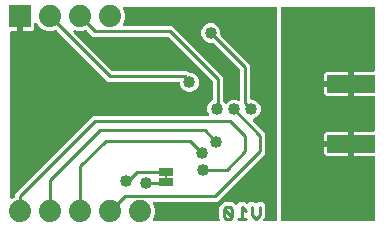
<source format=gbr>
G04 EAGLE Gerber RS-274X export*
G75*
%MOMM*%
%FSLAX34Y34*%
%LPD*%
%INBottom Copper*%
%IPPOS*%
%AMOC8*
5,1,8,0,0,1.08239X$1,22.5*%
G01*
%ADD10C,0.228600*%
%ADD11R,1.879600X1.879600*%
%ADD12C,1.879600*%
%ADD13R,4.064000X1.524000*%
%ADD14R,1.270000X0.635000*%
%ADD15C,1.016000*%
%ADD16C,0.254000*%
%ADD17C,0.203200*%

G36*
X312030Y4334D02*
X312030Y4334D01*
X312149Y4341D01*
X312187Y4354D01*
X312228Y4359D01*
X312338Y4402D01*
X312451Y4439D01*
X312486Y4461D01*
X312523Y4476D01*
X312619Y4545D01*
X312720Y4609D01*
X312748Y4639D01*
X312781Y4662D01*
X312857Y4754D01*
X312938Y4841D01*
X312958Y4876D01*
X312983Y4907D01*
X313034Y5015D01*
X313092Y5119D01*
X313102Y5159D01*
X313119Y5195D01*
X313141Y5312D01*
X313171Y5427D01*
X313175Y5487D01*
X313179Y5507D01*
X313177Y5528D01*
X313181Y5588D01*
X313181Y58700D01*
X313166Y58818D01*
X313159Y58937D01*
X313146Y58975D01*
X313141Y59016D01*
X313098Y59126D01*
X313061Y59239D01*
X313039Y59274D01*
X313024Y59311D01*
X312955Y59407D01*
X312891Y59508D01*
X312861Y59536D01*
X312838Y59569D01*
X312746Y59645D01*
X312659Y59726D01*
X312624Y59746D01*
X312593Y59771D01*
X312485Y59822D01*
X312381Y59880D01*
X312341Y59890D01*
X312305Y59907D01*
X312188Y59929D01*
X312073Y59959D01*
X312013Y59963D01*
X311993Y59967D01*
X311972Y59965D01*
X311912Y59969D01*
X295655Y59969D01*
X295655Y68860D01*
X295640Y68978D01*
X295633Y69097D01*
X295620Y69135D01*
X295615Y69175D01*
X295571Y69286D01*
X295535Y69399D01*
X295513Y69434D01*
X295498Y69471D01*
X295428Y69567D01*
X295365Y69668D01*
X295335Y69696D01*
X295311Y69728D01*
X295220Y69804D01*
X295133Y69886D01*
X295098Y69905D01*
X295066Y69931D01*
X294959Y69982D01*
X294855Y70039D01*
X294815Y70050D01*
X294779Y70067D01*
X294662Y70089D01*
X294547Y70119D01*
X294486Y70123D01*
X294466Y70127D01*
X294446Y70125D01*
X294386Y70129D01*
X293115Y70129D01*
X293115Y70131D01*
X294386Y70131D01*
X294504Y70146D01*
X294623Y70153D01*
X294661Y70166D01*
X294701Y70171D01*
X294812Y70215D01*
X294925Y70251D01*
X294960Y70273D01*
X294997Y70288D01*
X295093Y70358D01*
X295194Y70421D01*
X295222Y70451D01*
X295254Y70475D01*
X295330Y70566D01*
X295412Y70653D01*
X295431Y70688D01*
X295457Y70720D01*
X295508Y70827D01*
X295565Y70931D01*
X295576Y70971D01*
X295593Y71007D01*
X295615Y71124D01*
X295645Y71239D01*
X295649Y71300D01*
X295653Y71320D01*
X295651Y71340D01*
X295655Y71400D01*
X295655Y80291D01*
X311912Y80291D01*
X312030Y80306D01*
X312149Y80313D01*
X312187Y80326D01*
X312228Y80331D01*
X312338Y80374D01*
X312451Y80411D01*
X312486Y80433D01*
X312523Y80448D01*
X312619Y80517D01*
X312720Y80581D01*
X312748Y80611D01*
X312781Y80634D01*
X312857Y80726D01*
X312938Y80813D01*
X312958Y80848D01*
X312983Y80879D01*
X313034Y80987D01*
X313092Y81091D01*
X313102Y81131D01*
X313119Y81167D01*
X313141Y81284D01*
X313171Y81399D01*
X313175Y81459D01*
X313179Y81479D01*
X313177Y81500D01*
X313181Y81560D01*
X313181Y109500D01*
X313166Y109618D01*
X313159Y109737D01*
X313146Y109775D01*
X313141Y109816D01*
X313098Y109926D01*
X313061Y110039D01*
X313039Y110074D01*
X313024Y110111D01*
X312955Y110207D01*
X312891Y110308D01*
X312861Y110336D01*
X312838Y110369D01*
X312746Y110445D01*
X312659Y110526D01*
X312624Y110546D01*
X312593Y110571D01*
X312485Y110622D01*
X312381Y110680D01*
X312341Y110690D01*
X312305Y110707D01*
X312188Y110729D01*
X312073Y110759D01*
X312013Y110763D01*
X311993Y110767D01*
X311972Y110765D01*
X311912Y110769D01*
X295655Y110769D01*
X295655Y119660D01*
X295640Y119778D01*
X295633Y119897D01*
X295620Y119935D01*
X295615Y119975D01*
X295571Y120086D01*
X295535Y120199D01*
X295513Y120234D01*
X295498Y120271D01*
X295428Y120367D01*
X295365Y120468D01*
X295335Y120496D01*
X295311Y120528D01*
X295220Y120604D01*
X295133Y120686D01*
X295098Y120705D01*
X295066Y120731D01*
X294959Y120782D01*
X294855Y120839D01*
X294815Y120850D01*
X294779Y120867D01*
X294662Y120889D01*
X294547Y120919D01*
X294486Y120923D01*
X294466Y120927D01*
X294446Y120925D01*
X294386Y120929D01*
X293115Y120929D01*
X293115Y120931D01*
X294386Y120931D01*
X294504Y120946D01*
X294623Y120953D01*
X294661Y120966D01*
X294701Y120971D01*
X294812Y121015D01*
X294925Y121051D01*
X294960Y121073D01*
X294997Y121088D01*
X295093Y121158D01*
X295194Y121221D01*
X295222Y121251D01*
X295254Y121275D01*
X295330Y121366D01*
X295412Y121453D01*
X295431Y121488D01*
X295457Y121520D01*
X295508Y121627D01*
X295565Y121731D01*
X295576Y121771D01*
X295593Y121807D01*
X295615Y121924D01*
X295645Y122039D01*
X295649Y122100D01*
X295653Y122120D01*
X295651Y122140D01*
X295655Y122200D01*
X295655Y131091D01*
X311912Y131091D01*
X312030Y131106D01*
X312149Y131113D01*
X312187Y131126D01*
X312228Y131131D01*
X312338Y131174D01*
X312451Y131211D01*
X312486Y131233D01*
X312523Y131248D01*
X312619Y131317D01*
X312720Y131381D01*
X312748Y131411D01*
X312781Y131434D01*
X312857Y131526D01*
X312938Y131613D01*
X312958Y131648D01*
X312983Y131679D01*
X313034Y131787D01*
X313092Y131891D01*
X313102Y131931D01*
X313119Y131967D01*
X313141Y132084D01*
X313171Y132199D01*
X313175Y132259D01*
X313179Y132279D01*
X313177Y132300D01*
X313181Y132360D01*
X313181Y184912D01*
X313166Y185030D01*
X313159Y185149D01*
X313146Y185187D01*
X313141Y185228D01*
X313098Y185338D01*
X313061Y185451D01*
X313039Y185486D01*
X313024Y185523D01*
X312955Y185619D01*
X312891Y185720D01*
X312861Y185748D01*
X312838Y185781D01*
X312746Y185857D01*
X312659Y185938D01*
X312624Y185958D01*
X312593Y185983D01*
X312485Y186034D01*
X312381Y186092D01*
X312341Y186102D01*
X312305Y186119D01*
X312188Y186141D01*
X312073Y186171D01*
X312013Y186175D01*
X311993Y186179D01*
X311972Y186177D01*
X311912Y186181D01*
X234950Y186181D01*
X234832Y186166D01*
X234713Y186159D01*
X234675Y186146D01*
X234634Y186141D01*
X234524Y186098D01*
X234411Y186061D01*
X234376Y186039D01*
X234339Y186024D01*
X234243Y185955D01*
X234142Y185891D01*
X234114Y185861D01*
X234081Y185838D01*
X234005Y185746D01*
X233924Y185659D01*
X233904Y185624D01*
X233879Y185593D01*
X233828Y185485D01*
X233770Y185381D01*
X233760Y185341D01*
X233743Y185305D01*
X233721Y185188D01*
X233691Y185073D01*
X233687Y185013D01*
X233683Y184993D01*
X233685Y184972D01*
X233681Y184912D01*
X233681Y5588D01*
X233696Y5470D01*
X233703Y5351D01*
X233716Y5313D01*
X233721Y5272D01*
X233764Y5162D01*
X233801Y5049D01*
X233823Y5014D01*
X233838Y4977D01*
X233908Y4881D01*
X233971Y4780D01*
X234001Y4752D01*
X234024Y4719D01*
X234116Y4643D01*
X234203Y4562D01*
X234238Y4542D01*
X234269Y4517D01*
X234377Y4466D01*
X234481Y4408D01*
X234521Y4398D01*
X234557Y4381D01*
X234674Y4359D01*
X234789Y4329D01*
X234850Y4325D01*
X234870Y4321D01*
X234890Y4323D01*
X234950Y4319D01*
X311912Y4319D01*
X312030Y4334D01*
G37*
G36*
X5715Y23346D02*
X5715Y23346D01*
X5825Y23353D01*
X5872Y23369D01*
X5921Y23375D01*
X6074Y23428D01*
X7598Y24059D01*
X7623Y24073D01*
X7651Y24083D01*
X7761Y24152D01*
X7874Y24216D01*
X7895Y24237D01*
X7920Y24253D01*
X8009Y24348D01*
X8102Y24438D01*
X8118Y24463D01*
X8138Y24484D01*
X8201Y24598D01*
X8269Y24709D01*
X8277Y24737D01*
X8292Y24763D01*
X8324Y24889D01*
X8362Y25013D01*
X8364Y25042D01*
X8371Y25071D01*
X8381Y25231D01*
X8381Y27189D01*
X74411Y93219D01*
X171002Y93219D01*
X171051Y93225D01*
X171101Y93223D01*
X171208Y93245D01*
X171317Y93259D01*
X171364Y93277D01*
X171412Y93287D01*
X171511Y93335D01*
X171613Y93376D01*
X171653Y93405D01*
X171698Y93427D01*
X171782Y93498D01*
X171870Y93562D01*
X171902Y93601D01*
X171940Y93633D01*
X172003Y93723D01*
X172073Y93807D01*
X172094Y93852D01*
X172123Y93893D01*
X172162Y93996D01*
X172209Y94095D01*
X172218Y94144D01*
X172236Y94190D01*
X172248Y94300D01*
X172269Y94407D01*
X172266Y94457D01*
X172271Y94506D01*
X172256Y94615D01*
X172249Y94725D01*
X172234Y94772D01*
X172227Y94821D01*
X172175Y94974D01*
X170941Y97951D01*
X170941Y101185D01*
X172179Y104173D01*
X174465Y106459D01*
X175238Y106779D01*
X175263Y106794D01*
X175291Y106803D01*
X175401Y106872D01*
X175514Y106937D01*
X175535Y106957D01*
X175560Y106973D01*
X175649Y107068D01*
X175742Y107158D01*
X175758Y107183D01*
X175778Y107205D01*
X175841Y107318D01*
X175909Y107429D01*
X175917Y107457D01*
X175932Y107483D01*
X175964Y107609D01*
X176002Y107733D01*
X176004Y107762D01*
X176011Y107791D01*
X176021Y107952D01*
X176021Y122145D01*
X176009Y122244D01*
X176006Y122343D01*
X175989Y122401D01*
X175981Y122461D01*
X175945Y122553D01*
X175917Y122648D01*
X175887Y122700D01*
X175864Y122757D01*
X175806Y122837D01*
X175756Y122922D01*
X175690Y122997D01*
X175678Y123014D01*
X175668Y123022D01*
X175650Y123043D01*
X138283Y160410D01*
X138205Y160470D01*
X138132Y160538D01*
X138079Y160567D01*
X138032Y160604D01*
X137941Y160644D01*
X137854Y160692D01*
X137795Y160707D01*
X137740Y160731D01*
X137642Y160746D01*
X137546Y160771D01*
X137446Y160777D01*
X137426Y160781D01*
X137413Y160779D01*
X137385Y160781D01*
X74411Y160781D01*
X69307Y165885D01*
X69284Y165903D01*
X69265Y165926D01*
X69159Y166001D01*
X69056Y166080D01*
X69029Y166092D01*
X69005Y166109D01*
X68883Y166155D01*
X68764Y166206D01*
X68735Y166211D01*
X68707Y166221D01*
X68578Y166236D01*
X68450Y166256D01*
X68421Y166253D01*
X68391Y166257D01*
X68263Y166239D01*
X68133Y166226D01*
X68106Y166216D01*
X68076Y166212D01*
X67924Y166160D01*
X65976Y165353D01*
X61024Y165353D01*
X59460Y166001D01*
X59392Y166020D01*
X59328Y166047D01*
X59239Y166062D01*
X59153Y166085D01*
X59083Y166086D01*
X59014Y166097D01*
X58925Y166089D01*
X58835Y166090D01*
X58767Y166074D01*
X58698Y166068D01*
X58613Y166037D01*
X58526Y166016D01*
X58464Y165984D01*
X58398Y165960D01*
X58324Y165909D01*
X58245Y165867D01*
X58193Y165821D01*
X58135Y165781D01*
X58076Y165714D01*
X58009Y165654D01*
X57971Y165595D01*
X57925Y165543D01*
X57884Y165463D01*
X57834Y165388D01*
X57812Y165322D01*
X57780Y165260D01*
X57760Y165172D01*
X57731Y165087D01*
X57726Y165017D01*
X57710Y164949D01*
X57713Y164860D01*
X57706Y164770D01*
X57718Y164701D01*
X57720Y164631D01*
X57745Y164545D01*
X57760Y164457D01*
X57789Y164393D01*
X57808Y164326D01*
X57854Y164249D01*
X57891Y164167D01*
X57934Y164112D01*
X57970Y164052D01*
X58076Y163931D01*
X90317Y131690D01*
X90395Y131630D01*
X90468Y131562D01*
X90521Y131533D01*
X90568Y131496D01*
X90659Y131456D01*
X90746Y131408D01*
X90805Y131393D01*
X90860Y131369D01*
X90958Y131354D01*
X91054Y131329D01*
X91154Y131323D01*
X91174Y131319D01*
X91187Y131321D01*
X91215Y131319D01*
X154189Y131319D01*
X154833Y130674D01*
X154911Y130614D01*
X154984Y130546D01*
X155037Y130517D01*
X155084Y130480D01*
X155175Y130440D01*
X155262Y130392D01*
X155321Y130377D01*
X155376Y130353D01*
X155474Y130338D01*
X155570Y130313D01*
X155670Y130307D01*
X155690Y130303D01*
X155703Y130305D01*
X155731Y130303D01*
X157573Y130303D01*
X160561Y129065D01*
X162847Y126779D01*
X164085Y123791D01*
X164085Y120557D01*
X162847Y117569D01*
X160561Y115283D01*
X157573Y114045D01*
X154339Y114045D01*
X151351Y115283D01*
X149065Y117569D01*
X147827Y120557D01*
X147827Y121412D01*
X147812Y121530D01*
X147805Y121649D01*
X147792Y121687D01*
X147787Y121728D01*
X147744Y121838D01*
X147707Y121951D01*
X147685Y121986D01*
X147670Y122023D01*
X147601Y122119D01*
X147537Y122220D01*
X147507Y122248D01*
X147484Y122281D01*
X147392Y122357D01*
X147305Y122438D01*
X147270Y122458D01*
X147239Y122483D01*
X147131Y122534D01*
X147027Y122592D01*
X146987Y122602D01*
X146951Y122619D01*
X146834Y122641D01*
X146719Y122671D01*
X146659Y122675D01*
X146639Y122679D01*
X146618Y122677D01*
X146558Y122681D01*
X87111Y122681D01*
X43907Y165885D01*
X43884Y165903D01*
X43865Y165926D01*
X43759Y166001D01*
X43656Y166080D01*
X43629Y166092D01*
X43605Y166109D01*
X43483Y166155D01*
X43364Y166206D01*
X43335Y166211D01*
X43307Y166221D01*
X43178Y166236D01*
X43050Y166256D01*
X43021Y166253D01*
X42991Y166257D01*
X42863Y166239D01*
X42733Y166226D01*
X42706Y166216D01*
X42676Y166212D01*
X42524Y166160D01*
X40576Y165353D01*
X35624Y165353D01*
X31050Y167248D01*
X27548Y170749D01*
X27081Y171878D01*
X27046Y171939D01*
X27020Y172004D01*
X26968Y172076D01*
X26923Y172155D01*
X26875Y172205D01*
X26834Y172261D01*
X26764Y172318D01*
X26702Y172383D01*
X26642Y172419D01*
X26589Y172464D01*
X26507Y172502D01*
X26431Y172549D01*
X26364Y172570D01*
X26301Y172599D01*
X26213Y172616D01*
X26127Y172643D01*
X26057Y172646D01*
X25988Y172659D01*
X25899Y172654D01*
X25809Y172658D01*
X25741Y172644D01*
X25671Y172640D01*
X25586Y172612D01*
X25498Y172594D01*
X25435Y172563D01*
X25369Y172541D01*
X25293Y172493D01*
X25212Y172454D01*
X25159Y172409D01*
X25100Y172371D01*
X25038Y172306D01*
X24970Y172248D01*
X24930Y172191D01*
X24882Y172140D01*
X24839Y172061D01*
X24787Y171988D01*
X24762Y171922D01*
X24728Y171861D01*
X24706Y171774D01*
X24674Y171690D01*
X24666Y171621D01*
X24649Y171553D01*
X24639Y171393D01*
X24639Y168068D01*
X24466Y167421D01*
X24131Y166842D01*
X23658Y166369D01*
X23079Y166034D01*
X22432Y165861D01*
X15239Y165861D01*
X15239Y176530D01*
X15224Y176648D01*
X15217Y176767D01*
X15204Y176805D01*
X15199Y176845D01*
X15156Y176956D01*
X15119Y177069D01*
X15097Y177103D01*
X15082Y177141D01*
X15012Y177237D01*
X14949Y177338D01*
X14919Y177366D01*
X14895Y177398D01*
X14804Y177474D01*
X14717Y177556D01*
X14682Y177575D01*
X14651Y177601D01*
X14543Y177652D01*
X14439Y177709D01*
X14399Y177720D01*
X14363Y177737D01*
X14246Y177759D01*
X14131Y177789D01*
X14070Y177793D01*
X14050Y177797D01*
X14030Y177795D01*
X13970Y177799D01*
X11430Y177799D01*
X11312Y177784D01*
X11193Y177777D01*
X11155Y177764D01*
X11114Y177759D01*
X11004Y177715D01*
X10891Y177679D01*
X10856Y177657D01*
X10819Y177642D01*
X10723Y177572D01*
X10622Y177509D01*
X10594Y177479D01*
X10561Y177455D01*
X10486Y177364D01*
X10404Y177277D01*
X10384Y177242D01*
X10359Y177210D01*
X10308Y177103D01*
X10250Y176998D01*
X10240Y176959D01*
X10223Y176923D01*
X10201Y176806D01*
X10171Y176691D01*
X10167Y176630D01*
X10163Y176610D01*
X10165Y176590D01*
X10161Y176530D01*
X10161Y165861D01*
X5588Y165861D01*
X5470Y165846D01*
X5351Y165839D01*
X5313Y165826D01*
X5272Y165821D01*
X5162Y165778D01*
X5049Y165741D01*
X5014Y165719D01*
X4977Y165704D01*
X4881Y165635D01*
X4780Y165571D01*
X4752Y165541D01*
X4719Y165518D01*
X4643Y165426D01*
X4562Y165339D01*
X4542Y165304D01*
X4517Y165273D01*
X4466Y165165D01*
X4408Y165061D01*
X4398Y165021D01*
X4381Y164985D01*
X4359Y164868D01*
X4329Y164753D01*
X4325Y164693D01*
X4321Y164673D01*
X4323Y164652D01*
X4319Y164592D01*
X4319Y24600D01*
X4325Y24551D01*
X4323Y24501D01*
X4339Y24422D01*
X4341Y24390D01*
X4348Y24368D01*
X4359Y24285D01*
X4377Y24238D01*
X4387Y24190D01*
X4435Y24091D01*
X4476Y23989D01*
X4505Y23949D01*
X4527Y23904D01*
X4598Y23820D01*
X4662Y23732D01*
X4701Y23700D01*
X4733Y23662D01*
X4823Y23599D01*
X4907Y23529D01*
X4952Y23508D01*
X4993Y23479D01*
X5096Y23440D01*
X5195Y23393D01*
X5244Y23384D01*
X5290Y23366D01*
X5400Y23354D01*
X5507Y23333D01*
X5557Y23337D01*
X5606Y23331D01*
X5715Y23346D01*
G37*
G36*
X180478Y4336D02*
X180478Y4336D01*
X180616Y4349D01*
X180635Y4356D01*
X180655Y4359D01*
X180784Y4410D01*
X180915Y4457D01*
X180932Y4468D01*
X180951Y4476D01*
X181063Y4557D01*
X181178Y4635D01*
X181192Y4651D01*
X181208Y4662D01*
X181297Y4770D01*
X181389Y4874D01*
X181398Y4892D01*
X181411Y4907D01*
X181470Y5033D01*
X181533Y5157D01*
X181538Y5177D01*
X181547Y5195D01*
X181573Y5331D01*
X181603Y5467D01*
X181602Y5488D01*
X181606Y5507D01*
X181598Y5646D01*
X181593Y5785D01*
X181588Y5805D01*
X181587Y5825D01*
X181544Y5957D01*
X181505Y6091D01*
X181495Y6108D01*
X181489Y6127D01*
X181414Y6245D01*
X181343Y6365D01*
X181325Y6386D01*
X181318Y6396D01*
X181303Y6410D01*
X181245Y6477D01*
X181245Y8191D01*
X181245Y10476D01*
X181245Y16899D01*
X184072Y19726D01*
X185437Y21092D01*
X188386Y21092D01*
X190625Y21092D01*
X192384Y21092D01*
X194444Y19031D01*
X194445Y19031D01*
X194729Y18747D01*
X194823Y18674D01*
X194912Y18595D01*
X194948Y18577D01*
X194980Y18552D01*
X195089Y18505D01*
X195195Y18451D01*
X195235Y18442D01*
X195272Y18426D01*
X195390Y18407D01*
X195506Y18381D01*
X195546Y18382D01*
X195586Y18376D01*
X195705Y18387D01*
X195824Y18391D01*
X195862Y18402D01*
X195903Y18406D01*
X196015Y18446D01*
X196129Y18479D01*
X196164Y18500D01*
X196202Y18513D01*
X196300Y18580D01*
X196403Y18641D01*
X196448Y18680D01*
X196465Y18692D01*
X196479Y18707D01*
X196524Y18747D01*
X198868Y21092D01*
X202341Y21092D01*
X203817Y19616D01*
X203911Y19543D01*
X204000Y19464D01*
X204036Y19445D01*
X204068Y19421D01*
X204178Y19373D01*
X204284Y19319D01*
X204323Y19310D01*
X204360Y19294D01*
X204478Y19276D01*
X204594Y19250D01*
X204634Y19251D01*
X204674Y19244D01*
X204793Y19256D01*
X204912Y19259D01*
X204951Y19270D01*
X204991Y19274D01*
X205103Y19315D01*
X205217Y19348D01*
X205252Y19368D01*
X205290Y19382D01*
X205389Y19449D01*
X205491Y19509D01*
X205536Y19549D01*
X205553Y19560D01*
X205567Y19576D01*
X205612Y19616D01*
X207088Y21092D01*
X210561Y21092D01*
X211401Y20251D01*
X211495Y20178D01*
X211585Y20099D01*
X211621Y20081D01*
X211652Y20056D01*
X211762Y20009D01*
X211868Y19955D01*
X211907Y19946D01*
X211944Y19930D01*
X212062Y19911D01*
X212178Y19885D01*
X212218Y19886D01*
X212258Y19880D01*
X212377Y19891D01*
X212496Y19895D01*
X212535Y19906D01*
X212575Y19910D01*
X212687Y19950D01*
X212801Y19983D01*
X212836Y20004D01*
X212874Y20017D01*
X212973Y20084D01*
X213075Y20145D01*
X213120Y20184D01*
X213137Y20196D01*
X213151Y20211D01*
X213196Y20251D01*
X214037Y21092D01*
X217509Y21092D01*
X219965Y18636D01*
X219965Y8215D01*
X218235Y6485D01*
X218150Y6376D01*
X218061Y6269D01*
X218053Y6250D01*
X218040Y6234D01*
X217985Y6106D01*
X217926Y5981D01*
X217922Y5961D01*
X217914Y5942D01*
X217892Y5804D01*
X217866Y5668D01*
X217867Y5648D01*
X217864Y5628D01*
X217877Y5489D01*
X217886Y5351D01*
X217892Y5332D01*
X217894Y5312D01*
X217941Y5180D01*
X217984Y5049D01*
X217995Y5031D01*
X218001Y5012D01*
X218080Y4897D01*
X218154Y4780D01*
X218169Y4766D01*
X218180Y4749D01*
X218284Y4657D01*
X218386Y4562D01*
X218403Y4552D01*
X218418Y4539D01*
X218543Y4475D01*
X218664Y4408D01*
X218684Y4403D01*
X218702Y4394D01*
X218838Y4364D01*
X218972Y4329D01*
X219000Y4327D01*
X219012Y4324D01*
X219032Y4325D01*
X219133Y4319D01*
X228600Y4319D01*
X228718Y4334D01*
X228837Y4341D01*
X228875Y4354D01*
X228916Y4359D01*
X229026Y4402D01*
X229139Y4439D01*
X229174Y4461D01*
X229211Y4476D01*
X229307Y4545D01*
X229408Y4609D01*
X229436Y4639D01*
X229469Y4662D01*
X229545Y4754D01*
X229626Y4841D01*
X229646Y4876D01*
X229671Y4907D01*
X229722Y5015D01*
X229780Y5119D01*
X229790Y5159D01*
X229807Y5195D01*
X229829Y5312D01*
X229859Y5427D01*
X229863Y5487D01*
X229867Y5507D01*
X229865Y5528D01*
X229869Y5588D01*
X229869Y184912D01*
X229854Y185030D01*
X229847Y185149D01*
X229834Y185187D01*
X229829Y185228D01*
X229786Y185338D01*
X229749Y185451D01*
X229727Y185486D01*
X229712Y185523D01*
X229643Y185619D01*
X229579Y185720D01*
X229549Y185748D01*
X229526Y185781D01*
X229434Y185857D01*
X229347Y185938D01*
X229312Y185958D01*
X229281Y185983D01*
X229173Y186034D01*
X229069Y186092D01*
X229029Y186102D01*
X228993Y186119D01*
X228876Y186141D01*
X228761Y186171D01*
X228701Y186175D01*
X228681Y186179D01*
X228660Y186177D01*
X228600Y186181D01*
X100800Y186181D01*
X100751Y186175D01*
X100701Y186177D01*
X100594Y186155D01*
X100485Y186141D01*
X100439Y186123D01*
X100390Y186113D01*
X100291Y186065D01*
X100189Y186024D01*
X100149Y185995D01*
X100104Y185973D01*
X100020Y185902D01*
X99932Y185838D01*
X99900Y185799D01*
X99862Y185767D01*
X99799Y185677D01*
X99729Y185593D01*
X99708Y185548D01*
X99679Y185507D01*
X99640Y185404D01*
X99593Y185305D01*
X99584Y185256D01*
X99566Y185210D01*
X99554Y185100D01*
X99533Y184993D01*
X99537Y184943D01*
X99531Y184894D01*
X99546Y184785D01*
X99553Y184675D01*
X99569Y184628D01*
X99575Y184579D01*
X99628Y184426D01*
X101347Y180276D01*
X101347Y175324D01*
X99628Y171174D01*
X99614Y171126D01*
X99593Y171081D01*
X99573Y170973D01*
X99544Y170867D01*
X99543Y170817D01*
X99533Y170768D01*
X99540Y170659D01*
X99539Y170549D01*
X99550Y170501D01*
X99553Y170451D01*
X99587Y170347D01*
X99613Y170240D01*
X99636Y170196D01*
X99651Y170149D01*
X99710Y170056D01*
X99761Y169959D01*
X99795Y169922D01*
X99821Y169880D01*
X99902Y169805D01*
X99975Y169723D01*
X100017Y169696D01*
X100053Y169662D01*
X100149Y169609D01*
X100241Y169549D01*
X100288Y169532D01*
X100332Y169508D01*
X100438Y169481D01*
X100542Y169445D01*
X100591Y169441D01*
X100639Y169429D01*
X100800Y169419D01*
X141489Y169419D01*
X184659Y126249D01*
X184659Y106001D01*
X184671Y105903D01*
X184674Y105804D01*
X184691Y105745D01*
X184699Y105685D01*
X184735Y105593D01*
X184763Y105498D01*
X184793Y105446D01*
X184816Y105390D01*
X184874Y105310D01*
X184924Y105224D01*
X184990Y105149D01*
X185002Y105132D01*
X185012Y105124D01*
X185030Y105103D01*
X185793Y104341D01*
X185887Y104268D01*
X185976Y104190D01*
X186012Y104171D01*
X186044Y104146D01*
X186153Y104099D01*
X186259Y104045D01*
X186298Y104036D01*
X186336Y104020D01*
X186453Y104001D01*
X186569Y103975D01*
X186610Y103976D01*
X186650Y103970D01*
X186768Y103981D01*
X186887Y103985D01*
X186926Y103996D01*
X186966Y104000D01*
X187078Y104040D01*
X187193Y104073D01*
X187228Y104094D01*
X187266Y104108D01*
X187364Y104175D01*
X187467Y104235D01*
X187512Y104275D01*
X187529Y104286D01*
X187542Y104301D01*
X187588Y104341D01*
X189197Y105951D01*
X192185Y107189D01*
X195419Y107189D01*
X197126Y106482D01*
X197174Y106468D01*
X197219Y106447D01*
X197327Y106427D01*
X197433Y106398D01*
X197483Y106397D01*
X197532Y106387D01*
X197641Y106394D01*
X197751Y106393D01*
X197799Y106404D01*
X197849Y106407D01*
X197953Y106441D01*
X198060Y106467D01*
X198104Y106490D01*
X198151Y106505D01*
X198244Y106564D01*
X198341Y106615D01*
X198378Y106649D01*
X198420Y106675D01*
X198495Y106755D01*
X198577Y106829D01*
X198604Y106871D01*
X198638Y106907D01*
X198691Y107003D01*
X198751Y107095D01*
X198768Y107142D01*
X198792Y107186D01*
X198819Y107292D01*
X198855Y107396D01*
X198859Y107445D01*
X198871Y107493D01*
X198881Y107654D01*
X198881Y132305D01*
X198869Y132404D01*
X198866Y132503D01*
X198849Y132561D01*
X198841Y132621D01*
X198805Y132713D01*
X198777Y132808D01*
X198747Y132860D01*
X198724Y132917D01*
X198666Y132997D01*
X198616Y133082D01*
X198550Y133157D01*
X198538Y133174D01*
X198528Y133182D01*
X198510Y133203D01*
X176383Y155330D01*
X176305Y155390D01*
X176233Y155458D01*
X176180Y155487D01*
X176132Y155524D01*
X176041Y155564D01*
X175954Y155612D01*
X175895Y155627D01*
X175840Y155651D01*
X175742Y155666D01*
X175646Y155691D01*
X175546Y155697D01*
X175526Y155701D01*
X175513Y155699D01*
X175485Y155701D01*
X172373Y155701D01*
X169385Y156939D01*
X167099Y159225D01*
X165861Y162213D01*
X165861Y165447D01*
X167099Y168435D01*
X169385Y170721D01*
X172373Y171959D01*
X175607Y171959D01*
X178595Y170721D01*
X180881Y168435D01*
X182119Y165447D01*
X182119Y162335D01*
X182131Y162236D01*
X182134Y162137D01*
X182151Y162079D01*
X182159Y162019D01*
X182195Y161927D01*
X182223Y161832D01*
X182253Y161780D01*
X182276Y161723D01*
X182334Y161643D01*
X182384Y161558D01*
X182450Y161483D01*
X182462Y161466D01*
X182472Y161458D01*
X182490Y161437D01*
X204617Y139310D01*
X207519Y136409D01*
X207519Y108712D01*
X207534Y108594D01*
X207541Y108475D01*
X207554Y108437D01*
X207559Y108396D01*
X207602Y108286D01*
X207639Y108173D01*
X207661Y108138D01*
X207676Y108101D01*
X207746Y108004D01*
X207809Y107904D01*
X207839Y107876D01*
X207862Y107843D01*
X207954Y107767D01*
X208041Y107686D01*
X208076Y107666D01*
X208107Y107641D01*
X208215Y107590D01*
X208319Y107532D01*
X208359Y107522D01*
X208395Y107505D01*
X208512Y107483D01*
X208627Y107453D01*
X208687Y107449D01*
X208707Y107445D01*
X208728Y107447D01*
X208788Y107443D01*
X209643Y107443D01*
X212631Y106205D01*
X214917Y103919D01*
X216155Y100931D01*
X216155Y97697D01*
X214917Y94709D01*
X212631Y92423D01*
X210084Y91368D01*
X210041Y91343D01*
X209994Y91326D01*
X209903Y91265D01*
X209807Y91210D01*
X209772Y91176D01*
X209731Y91148D01*
X209658Y91065D01*
X209579Y90989D01*
X209553Y90947D01*
X209520Y90909D01*
X209470Y90812D01*
X209413Y90718D01*
X209398Y90670D01*
X209376Y90626D01*
X209351Y90519D01*
X209319Y90414D01*
X209317Y90364D01*
X209306Y90316D01*
X209309Y90206D01*
X209304Y90096D01*
X209314Y90048D01*
X209316Y89998D01*
X209346Y89892D01*
X209368Y89785D01*
X209390Y89740D01*
X209404Y89692D01*
X209460Y89598D01*
X209508Y89499D01*
X209540Y89461D01*
X209566Y89419D01*
X209672Y89298D01*
X220219Y78751D01*
X220219Y61711D01*
X179589Y21081D01*
X126200Y21081D01*
X126151Y21075D01*
X126101Y21077D01*
X125994Y21055D01*
X125885Y21041D01*
X125839Y21023D01*
X125790Y21013D01*
X125691Y20965D01*
X125589Y20924D01*
X125549Y20895D01*
X125504Y20873D01*
X125420Y20802D01*
X125332Y20738D01*
X125300Y20699D01*
X125262Y20667D01*
X125199Y20577D01*
X125129Y20493D01*
X125108Y20448D01*
X125079Y20407D01*
X125040Y20304D01*
X124993Y20205D01*
X124984Y20156D01*
X124966Y20110D01*
X124954Y20000D01*
X124933Y19893D01*
X124937Y19843D01*
X124931Y19794D01*
X124946Y19685D01*
X124953Y19575D01*
X124969Y19528D01*
X124975Y19479D01*
X125028Y19326D01*
X126747Y15176D01*
X126747Y10224D01*
X125028Y6074D01*
X125014Y6026D01*
X124993Y5981D01*
X124973Y5873D01*
X124944Y5767D01*
X124943Y5717D01*
X124933Y5668D01*
X124940Y5559D01*
X124939Y5449D01*
X124950Y5401D01*
X124953Y5351D01*
X124987Y5247D01*
X125013Y5140D01*
X125036Y5096D01*
X125051Y5049D01*
X125110Y4956D01*
X125161Y4859D01*
X125195Y4822D01*
X125221Y4780D01*
X125302Y4705D01*
X125375Y4623D01*
X125417Y4596D01*
X125453Y4562D01*
X125549Y4509D01*
X125641Y4449D01*
X125688Y4432D01*
X125732Y4408D01*
X125838Y4381D01*
X125942Y4345D01*
X125991Y4341D01*
X126039Y4329D01*
X126200Y4319D01*
X180340Y4319D01*
X180478Y4336D01*
G37*
%LPC*%
G36*
X270255Y123469D02*
X270255Y123469D01*
X270255Y128884D01*
X270428Y129531D01*
X270763Y130110D01*
X271236Y130583D01*
X271815Y130918D01*
X272462Y131091D01*
X290577Y131091D01*
X290577Y123469D01*
X270255Y123469D01*
G37*
%LPD*%
%LPC*%
G36*
X270255Y72669D02*
X270255Y72669D01*
X270255Y78084D01*
X270428Y78731D01*
X270763Y79310D01*
X271236Y79783D01*
X271815Y80118D01*
X272462Y80291D01*
X290577Y80291D01*
X290577Y72669D01*
X270255Y72669D01*
G37*
%LPD*%
%LPC*%
G36*
X272462Y110769D02*
X272462Y110769D01*
X271815Y110942D01*
X271236Y111277D01*
X270763Y111750D01*
X270428Y112329D01*
X270255Y112976D01*
X270255Y118391D01*
X290577Y118391D01*
X290577Y110769D01*
X272462Y110769D01*
G37*
%LPD*%
%LPC*%
G36*
X272462Y59969D02*
X272462Y59969D01*
X271815Y60142D01*
X271236Y60477D01*
X270763Y60950D01*
X270428Y61529D01*
X270255Y62176D01*
X270255Y67591D01*
X290577Y67591D01*
X290577Y59969D01*
X272462Y59969D01*
G37*
%LPD*%
D10*
X215773Y16900D02*
X215773Y9951D01*
X212299Y6477D01*
X208824Y9951D01*
X208824Y16900D01*
X204079Y13426D02*
X200605Y16900D01*
X200605Y6477D01*
X204079Y6477D02*
X197130Y6477D01*
X192385Y8214D02*
X192385Y15163D01*
X190648Y16900D01*
X187174Y16900D01*
X185436Y15163D01*
X185436Y8214D01*
X187174Y6477D01*
X190648Y6477D01*
X192385Y8214D01*
X185436Y15163D01*
D11*
X12700Y177800D03*
D12*
X38100Y177800D03*
X63500Y177800D03*
X88900Y177800D03*
X114300Y12700D03*
X88900Y12700D03*
X63500Y12700D03*
X38100Y12700D03*
X12700Y12700D03*
D13*
X293116Y70130D03*
X293116Y120930D03*
D14*
X136398Y37537D03*
X136398Y45775D03*
D15*
X177800Y139700D03*
X217932Y127000D03*
X114300Y178562D03*
X215900Y38100D03*
X126238Y145034D03*
X66040Y91440D03*
X102257Y38100D03*
D16*
X103886Y38100D01*
X111506Y45720D01*
X136343Y45720D01*
X136398Y45775D01*
X203200Y134620D02*
X173990Y163830D01*
X203200Y134620D02*
X203200Y104140D01*
X208026Y99314D01*
D15*
X173990Y163830D03*
X208026Y99314D03*
D16*
X101600Y25400D02*
X88900Y12700D01*
X101600Y25400D02*
X177800Y25400D01*
X215900Y63500D01*
X215900Y76962D01*
X193802Y99060D01*
D15*
X193802Y99060D03*
D16*
X76200Y165100D02*
X63500Y177800D01*
X76200Y165100D02*
X139700Y165100D01*
X180340Y124460D01*
D15*
X179070Y99568D03*
D16*
X180340Y100838D02*
X180340Y124460D01*
X180340Y100838D02*
X179070Y99568D01*
X88900Y127000D02*
X38100Y177800D01*
X88900Y127000D02*
X152400Y127000D01*
X155956Y123444D02*
X155956Y122174D01*
X155956Y123444D02*
X152400Y127000D01*
D15*
X155956Y122174D03*
X166878Y61976D03*
D16*
X165354Y63500D01*
X63500Y50800D02*
X63500Y12700D01*
X63500Y50800D02*
X85090Y72390D01*
X156464Y72390D01*
X166878Y61976D01*
X178562Y71120D02*
X178816Y71374D01*
X178562Y71628D01*
D15*
X178816Y71374D03*
D16*
X38100Y39370D02*
X38100Y12700D01*
X38100Y39370D02*
X80010Y81280D01*
X168910Y81280D01*
X178816Y71374D01*
X190500Y88900D02*
X76200Y88900D01*
X190500Y88900D02*
X203200Y76200D01*
X203200Y63500D01*
X187452Y47752D01*
X167386Y47752D01*
X76200Y88900D02*
X12700Y25400D01*
X12700Y12700D01*
D15*
X167386Y47752D03*
X241300Y177800D03*
X304800Y152400D03*
X304800Y12700D03*
X304800Y177800D03*
X241300Y139700D03*
X266700Y50800D03*
X304800Y50800D03*
X119380Y37139D03*
D16*
X136000Y37139D01*
X136398Y37537D01*
D17*
X136398Y38608D02*
X136398Y45466D01*
M02*

</source>
